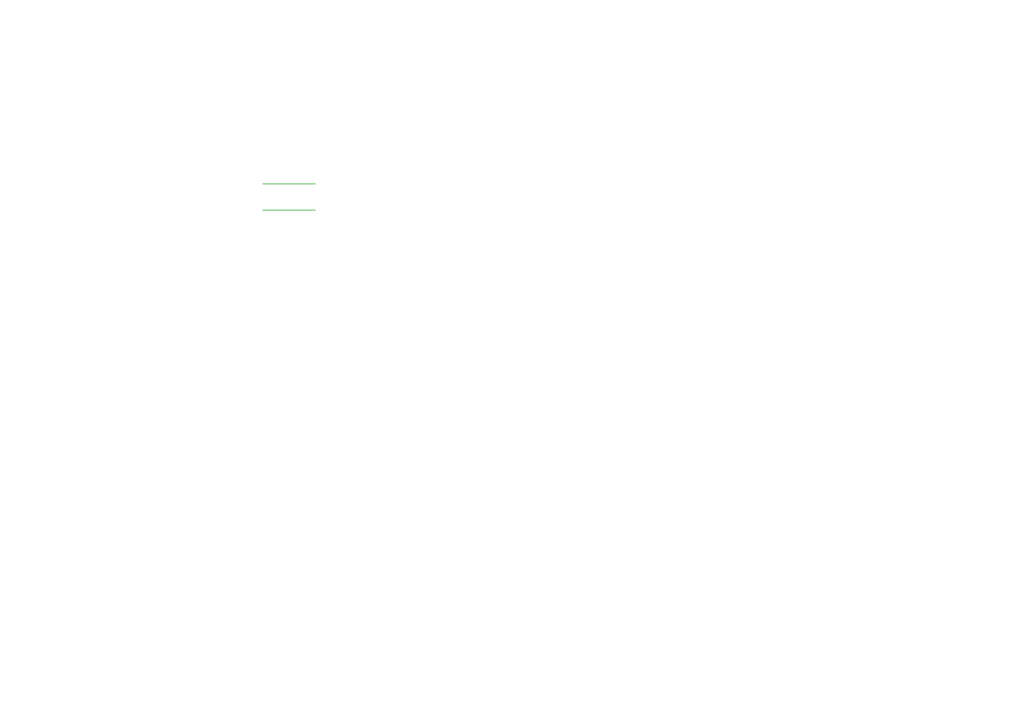
<source format=kicad_sch>
(kicad_sch
	(version 20231120)
	(generator "eeschema")
	(generator_version "8.0")
	(uuid "a50f7895-23c4-4b0b-8fb9-dac755f10778")
	(paper "A4")
	(lib_symbols)
	(wire
		(pts
			(xy 76.2 60.96) (xy 91.44 60.96)
		)
		(stroke
			(width 0)
			(type default)
		)
		(uuid "e95507de-8aec-4f5c-8b05-6e5bb29b742f")
	)
	(wire
		(pts
			(xy 76.2 53.34) (xy 91.44 53.34)
		)
		(stroke
			(width 0)
			(type default)
		)
		(uuid "f12356c9-be47-44f3-9255-eeed8eb4b489")
	)
)

</source>
